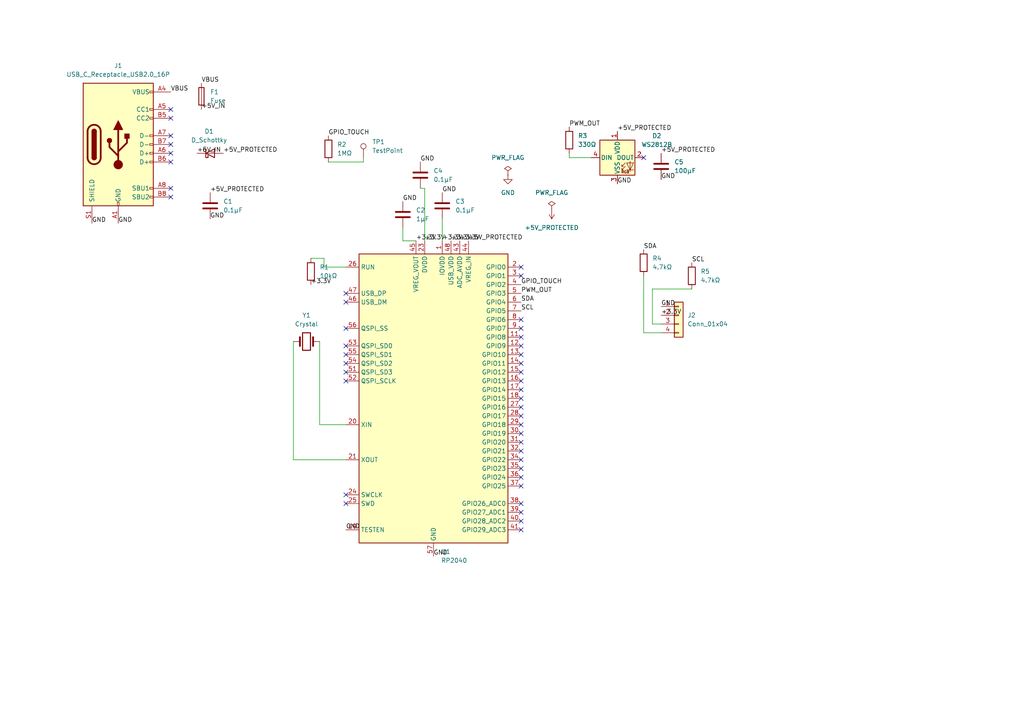
<source format=kicad_sch>
(kicad_sch (version 20231120) (generator "eeschema") (generator_version "8.0")
  (paper "A4")
  (lib_symbols
    (symbol "Connector:TestPoint" (pin_numbers hide) (pin_names (offset 0.762) hide)
      (property "Reference" "TP" (at 0 6.858 0))
      (property "Value" "TestPoint" (at 0 5.08 0))
      (symbol "TestPoint_0_1"
        (circle (center 0 3.302) (radius 0.762))
      )
      (symbol "TestPoint_1_1"
        (pin passive line (at 0 0 90) (length 2.54) (name "1") (number "1"))
      )
    )
    (symbol "Connector:USB_C_Receptacle_USB2.0_16P" (pin_names (offset 1.016))
      (property "Reference" "J" (at 0 22.225 0))
      (property "Value" "USB_C_Receptacle_USB2.0_16P" (at 0 19.685 0))
      (symbol "USB_C_Receptacle_USB2.0_16P_0_0"
        (rectangle (start -0.254 -17.78) (end 0.254 -16.764))
        (rectangle (start 10.16 -14.986) (end 9.144 -15.494))
        (rectangle (start 10.16 -12.446) (end 9.144 -12.954))
        (rectangle (start 10.16 -4.826) (end 9.144 -5.334))
        (rectangle (start 10.16 -2.286) (end 9.144 -2.794))
        (rectangle (start 10.16 0.254) (end 9.144 -0.254))
        (rectangle (start 10.16 2.794) (end 9.144 2.286))
        (rectangle (start 10.16 7.874) (end 9.144 7.366))
        (rectangle (start 10.16 10.414) (end 9.144 9.906))
        (rectangle (start 10.16 15.494) (end 9.144 14.986))
      )
      (symbol "USB_C_Receptacle_USB2.0_16P_0_1"
        (rectangle (start -10.16 17.78) (end 10.16 -17.78) (stroke (width 0.254)) (fill (type background)))
        (arc (start -8.89 -3.81) (mid -6.985 -5.7067) (end -5.08 -3.81) (stroke (width 0.508)))
        (arc (start -7.62 -3.81) (mid -6.985 -4.4423) (end -6.35 -3.81) (stroke (width 0.254)))
        (arc (start -7.62 -3.81) (mid -6.985 -4.4423) (end -6.35 -3.81) (stroke (width 0.254)) (fill (type outline)))
        (rectangle (start -7.62 -3.81) (end -6.35 3.81) (stroke (width 0.254)) (fill (type outline)))
        (arc (start -6.35 3.81) (mid -6.985 4.4423) (end -7.62 3.81) (stroke (width 0.254)))
        (arc (start -6.35 3.81) (mid -6.985 4.4423) (end -7.62 3.81) (stroke (width 0.254)) (fill (type outline)))
        (arc (start -5.08 3.81) (mid -6.985 5.7067) (end -8.89 3.81) (stroke (width 0.508)))
        (circle (center -2.54 1.143) (radius 0.635) (stroke (width 0.254)) (fill (type outline)))
        (circle (center 0 -5.842) (radius 1.27) (fill (type outline)))
        (polyline (pts (xy -8.89 -3.81) (xy -8.89 3.81)) (stroke (width 0.508)))
        (polyline (pts (xy -5.08 3.81) (xy -5.08 -3.81)) (stroke (width 0.508)))
        (polyline (pts (xy 0 -5.842) (xy 0 4.318)) (stroke (width 0.508)))
        (polyline (pts (xy 0 -3.302) (xy -2.54 -0.762) (xy -2.54 0.508)) (stroke (width 0.508)))
        (polyline (pts (xy 0 -2.032) (xy 2.54 0.508) (xy 2.54 1.778)) (stroke (width 0.508)))
        (polyline (pts (xy -1.27 4.318) (xy 0 6.858) (xy 1.27 4.318) (xy -1.27 4.318)) (stroke (width 0.254)) (fill (type outline)))
        (rectangle (start 1.905 1.778) (end 3.175 3.048) (stroke (width 0.254)) (fill (type outline)))
      )
      (symbol "USB_C_Receptacle_USB2.0_16P_1_1"
        (pin passive line (at 0 -22.86 90) (length 5.08) (name "GND") (number "A1"))
        (pin passive line (at 0 -22.86 90) (length 5.08) hide (name "GND") (number "A12"))
        (pin passive line (at 15.24 15.24 180) (length 5.08) (name "VBUS") (number "A4"))
        (pin bidirectional line (at 15.24 10.16 180) (length 5.08) (name "CC1") (number "A5"))
        (pin bidirectional line (at 15.24 -2.54 180) (length 5.08) (name "D+") (number "A6"))
        (pin bidirectional line (at 15.24 2.54 180) (length 5.08) (name "D-") (number "A7"))
        (pin bidirectional line (at 15.24 -12.7 180) (length 5.08) (name "SBU1") (number "A8"))
        (pin passive line (at 15.24 15.24 180) (length 5.08) hide (name "VBUS") (number "A9"))
        (pin passive line (at 0 -22.86 90) (length 5.08) hide (name "GND") (number "B1"))
        (pin passive line (at 0 -22.86 90) (length 5.08) hide (name "GND") (number "B12"))
        (pin passive line (at 15.24 15.24 180) (length 5.08) hide (name "VBUS") (number "B4"))
        (pin bidirectional line (at 15.24 7.62 180) (length 5.08) (name "CC2") (number "B5"))
        (pin bidirectional line (at 15.24 -5.08 180) (length 5.08) (name "D+") (number "B6"))
        (pin bidirectional line (at 15.24 0 180) (length 5.08) (name "D-") (number "B7"))
        (pin bidirectional line (at 15.24 -15.24 180) (length 5.08) (name "SBU2") (number "B8"))
        (pin passive line (at 15.24 15.24 180) (length 5.08) hide (name "VBUS") (number "B9"))
        (pin passive line (at -7.62 -22.86 90) (length 5.08) (name "SHIELD") (number "S1"))
      )
    )
    (symbol "Connector_Generic:Conn_01x04" (pin_names (offset 1.016) hide)
      (property "Reference" "J" (at 0 5.08 0))
      (property "Value" "Conn_01x04" (at 0 -7.62 0))
      (symbol "Conn_01x04_1_1"
        (rectangle (start -1.27 -4.953) (end 0 -5.207) (stroke (width 0.1524)))
        (rectangle (start -1.27 -2.413) (end 0 -2.667) (stroke (width 0.1524)))
        (rectangle (start -1.27 0.127) (end 0 -0.127) (stroke (width 0.1524)))
        (rectangle (start -1.27 2.667) (end 0 2.413) (stroke (width 0.1524)))
        (rectangle (start -1.27 3.81) (end 1.27 -6.35) (stroke (width 0.254)) (fill (type background)))
        (pin passive line (at -5.08 2.54 0) (length 3.81) (name "Pin_1") (number "1"))
        (pin passive line (at -5.08 0 0) (length 3.81) (name "Pin_2") (number "2"))
        (pin passive line (at -5.08 -2.54 0) (length 3.81) (name "Pin_3") (number "3"))
        (pin passive line (at -5.08 -5.08 0) (length 3.81) (name "Pin_4") (number "4"))
      )
    )
    (symbol "Device:C" (pin_numbers hide) (pin_names (offset 0.254))
      (property "Reference" "C" (at 0.635 2.54 0))
      (property "Value" "C" (at 0.635 -2.54 0))
      (symbol "C_0_1"
        (polyline (pts (xy -2.032 -0.762) (xy 2.032 -0.762)) (stroke (width 0.508)))
        (polyline (pts (xy -2.032 0.762) (xy 2.032 0.762)) (stroke (width 0.508)))
      )
      (symbol "C_1_1"
        (pin passive line (at 0 3.81 270) (length 2.794) (name "~") (number "1"))
        (pin passive line (at 0 -3.81 90) (length 2.794) (name "~") (number "2"))
      )
    )
    (symbol "Device:Crystal" (pin_numbers hide) (pin_names (offset 1.016) hide)
      (property "Reference" "Y" (at 0 3.81 0))
      (property "Value" "Crystal" (at 0 -3.81 0))
      (symbol "Crystal_0_1"
        (rectangle (start -1.143 2.54) (end 1.143 -2.54) (stroke (width 0.3048)))
        (polyline (pts (xy -2.54 0) (xy -1.905 0)))
        (polyline (pts (xy -1.905 -1.27) (xy -1.905 1.27)) (stroke (width 0.508)))
        (polyline (pts (xy 1.905 -1.27) (xy 1.905 1.27)) (stroke (width 0.508)))
        (polyline (pts (xy 2.54 0) (xy 1.905 0)))
      )
      (symbol "Crystal_1_1"
        (pin passive line (at -3.81 0 0) (length 1.27) (name "1") (number "1"))
        (pin passive line (at 3.81 0 180) (length 1.27) (name "2") (number "2"))
      )
    )
    (symbol "Device:D_Schottky" (pin_numbers hide) (pin_names (offset 1.016) hide)
      (property "Reference" "D" (at 0 2.54 0))
      (property "Value" "D_Schottky" (at 0 -2.54 0))
      (symbol "D_Schottky_0_1"
        (polyline (pts (xy 1.27 0) (xy -1.27 0)))
        (polyline (pts (xy 1.27 1.27) (xy 1.27 -1.27) (xy -1.27 0) (xy 1.27 1.27)) (stroke (width 0.254)))
        (polyline (pts (xy -1.905 0.635) (xy -1.905 1.27) (xy -1.27 1.27) (xy -1.27 -1.27) (xy -0.635 -1.27) (xy -0.635 -0.635)) (stroke (width 0.254)))
      )
      (symbol "D_Schottky_1_1"
        (pin passive line (at -3.81 0 0) (length 2.54) (name "K") (number "1"))
        (pin passive line (at 3.81 0 180) (length 2.54) (name "A") (number "2"))
      )
    )
    (symbol "Device:Fuse" (pin_numbers hide) (pin_names (offset 0))
      (property "Reference" "F" (at 2.032 0 90))
      (property "Value" "Fuse" (at -1.905 0 90))
      (symbol "Fuse_0_1"
        (rectangle (start -0.762 -2.54) (end 0.762 2.54) (stroke (width 0.254)))
        (polyline (pts (xy 0 2.54) (xy 0 -2.54)))
      )
      (symbol "Fuse_1_1"
        (pin passive line (at 0 3.81 270) (length 1.27) (name "~") (number "1"))
        (pin passive line (at 0 -3.81 90) (length 1.27) (name "~") (number "2"))
      )
    )
    (symbol "Device:R" (pin_numbers hide) (pin_names (offset 0))
      (property "Reference" "R" (at 2.032 0 90))
      (property "Value" "R" (at 0 0 90))
      (symbol "R_0_1"
        (rectangle (start -1.016 -2.54) (end 1.016 2.54) (stroke (width 0.254)))
      )
      (symbol "R_1_1"
        (pin passive line (at 0 3.81 270) (length 1.27) (name "~") (number "1"))
        (pin passive line (at 0 -3.81 90) (length 1.27) (name "~") (number "2"))
      )
    )
    (symbol "LED:WS2812B" (pin_names (offset 0.254))
      (property "Reference" "D" (at 5.08 5.715 0))
      (property "Value" "WS2812B" (at 1.27 -5.715 0))
      (symbol "WS2812B_0_0"
        (text "RGB" (at 2.286 -4.191 0) (effects (font (size 0.762 0.762))))
      )
      (symbol "WS2812B_0_1"
        (polyline (pts (xy 1.27 -3.556) (xy 1.778 -3.556)))
        (polyline (pts (xy 1.27 -2.54) (xy 1.778 -2.54)))
        (polyline (pts (xy 4.699 -3.556) (xy 2.667 -3.556)))
        (polyline (pts (xy 2.286 -2.54) (xy 1.27 -3.556) (xy 1.27 -3.048)))
        (polyline (pts (xy 2.286 -1.524) (xy 1.27 -2.54) (xy 1.27 -2.032)))
        (polyline (pts (xy 3.683 -1.016) (xy 3.683 -3.556) (xy 3.683 -4.064)))
        (polyline (pts (xy 4.699 -1.524) (xy 2.667 -1.524) (xy 3.683 -3.556) (xy 4.699 -1.524)))
        (rectangle (start 5.08 5.08) (end -5.08 -5.08) (stroke (width 0.254)) (fill (type background)))
      )
      (symbol "WS2812B_1_1"
        (pin power_in line (at 0 7.62 270) (length 2.54) (name "VDD") (number "1"))
        (pin output line (at 7.62 0 180) (length 2.54) (name "DOUT") (number "2"))
        (pin power_in line (at 0 -7.62 90) (length 2.54) (name "VSS") (number "3"))
        (pin input line (at -7.62 0 0) (length 2.54) (name "DIN") (number "4"))
      )
    )
    (symbol "MCU_RaspberryPi:RP2040"
      (property "Reference" "U" (at 17.78 45.72 0))
      (property "Value" "RP2040" (at 17.78 43.18 0))
      (symbol "RP2040_0_1"
        (rectangle (start -21.59 41.91) (end 21.59 -41.91) (stroke (width 0.254)) (fill (type background)))
      )
      (symbol "RP2040_1_1"
        (pin power_in line (at 2.54 45.72 270) (length 3.81) (name "IOVDD") (number "1"))
        (pin passive line (at 2.54 45.72 270) (length 3.81) hide (name "IOVDD") (number "10"))
        (pin bidirectional line (at 25.4 17.78 180) (length 3.81) (name "GPIO8") (number "11"))
        (pin bidirectional line (at 25.4 15.24 180) (length 3.81) (name "GPIO9") (number "12"))
        (pin bidirectional line (at 25.4 12.7 180) (length 3.81) (name "GPIO10") (number "13"))
        (pin bidirectional line (at 25.4 10.16 180) (length 3.81) (name "GPIO11") (number "14"))
        (pin bidirectional line (at 25.4 7.62 180) (length 3.81) (name "GPIO12") (number "15"))
        (pin bidirectional line (at 25.4 5.08 180) (length 3.81) (name "GPIO13") (number "16"))
        (pin bidirectional line (at 25.4 2.54 180) (length 3.81) (name "GPIO14") (number "17"))
        (pin bidirectional line (at 25.4 0 180) (length 3.81) (name "GPIO15") (number "18"))
        (pin input line (at -25.4 -38.1 0) (length 3.81) (name "TESTEN") (number "19"))
        (pin bidirectional line (at 25.4 38.1 180) (length 3.81) (name "GPIO0") (number "2"))
        (pin input line (at -25.4 -7.62 0) (length 3.81) (name "XIN") (number "20"))
        (pin passive line (at -25.4 -17.78 0) (length 3.81) (name "XOUT") (number "21"))
        (pin passive line (at 2.54 45.72 270) (length 3.81) hide (name "IOVDD") (number "22"))
        (pin power_in line (at -2.54 45.72 270) (length 3.81) (name "DVDD") (number "23"))
        (pin input line (at -25.4 -27.94 0) (length 3.81) (name "SWCLK") (number "24"))
        (pin bidirectional line (at -25.4 -30.48 0) (length 3.81) (name "SWD") (number "25"))
        (pin input line (at -25.4 38.1 0) (length 3.81) (name "RUN") (number "26"))
        (pin bidirectional line (at 25.4 -2.54 180) (length 3.81) (name "GPIO16") (number "27"))
        (pin bidirectional line (at 25.4 -5.08 180) (length 3.81) (name "GPIO17") (number "28"))
        (pin bidirectional line (at 25.4 -7.62 180) (length 3.81) (name "GPIO18") (number "29"))
        (pin bidirectional line (at 25.4 35.56 180) (length 3.81) (name "GPIO1") (number "3"))
        (pin bidirectional line (at 25.4 -10.16 180) (length 3.81) (name "GPIO19") (number "30"))
        (pin bidirectional line (at 25.4 -12.7 180) (length 3.81) (name "GPIO20") (number "31"))
        (pin bidirectional line (at 25.4 -15.24 180) (length 3.81) (name "GPIO21") (number "32"))
        (pin passive line (at 2.54 45.72 270) (length 3.81) hide (name "IOVDD") (number "33"))
        (pin bidirectional line (at 25.4 -17.78 180) (length 3.81) (name "GPIO22") (number "34"))
        (pin bidirectional line (at 25.4 -20.32 180) (length 3.81) (name "GPIO23") (number "35"))
        (pin bidirectional line (at 25.4 -22.86 180) (length 3.81) (name "GPIO24") (number "36"))
        (pin bidirectional line (at 25.4 -25.4 180) (length 3.81) (name "GPIO25") (number "37"))
        (pin bidirectional line (at 25.4 -30.48 180) (length 3.81) (name "GPIO26_ADC0") (number "38"))
        (pin bidirectional line (at 25.4 -33.02 180) (length 3.81) (name "GPIO27_ADC1") (number "39"))
        (pin bidirectional line (at 25.4 33.02 180) (length 3.81) (name "GPIO2") (number "4"))
        (pin bidirectional line (at 25.4 -35.56 180) (length 3.81) (name "GPIO28_ADC2") (number "40"))
        (pin bidirectional line (at 25.4 -38.1 180) (length 3.81) (name "GPIO29_ADC3") (number "41"))
        (pin passive line (at 2.54 45.72 270) (length 3.81) hide (name "IOVDD") (number "42"))
        (pin power_in line (at 7.62 45.72 270) (length 3.81) (name "ADC_AVDD") (number "43"))
        (pin power_in line (at 10.16 45.72 270) (length 3.81) (name "VREG_IN") (number "44"))
        (pin power_out line (at -5.08 45.72 270) (length 3.81) (name "VREG_VOUT") (number "45"))
        (pin bidirectional line (at -25.4 27.94 0) (length 3.81) (name "USB_DM") (number "46"))
        (pin bidirectional line (at -25.4 30.48 0) (length 3.81) (name "USB_DP") (number "47"))
        (pin power_in line (at 5.08 45.72 270) (length 3.81) (name "USB_VDD") (number "48"))
        (pin passive line (at 2.54 45.72 270) (length 3.81) hide (name "IOVDD") (number "49"))
        (pin bidirectional line (at 25.4 30.48 180) (length 3.81) (name "GPIO3") (number "5"))
        (pin passive line (at -2.54 45.72 270) (length 3.81) hide (name "DVDD") (number "50"))
        (pin bidirectional line (at -25.4 7.62 0) (length 3.81) (name "QSPI_SD3") (number "51"))
        (pin output line (at -25.4 5.08 0) (length 3.81) (name "QSPI_SCLK") (number "52"))
        (pin bidirectional line (at -25.4 15.24 0) (length 3.81) (name "QSPI_SD0") (number "53"))
        (pin bidirectional line (at -25.4 10.16 0) (length 3.81) (name "QSPI_SD2") (number "54"))
        (pin bidirectional line (at -25.4 12.7 0) (length 3.81) (name "QSPI_SD1") (number "55"))
        (pin bidirectional line (at -25.4 20.32 0) (length 3.81) (name "QSPI_SS") (number "56"))
        (pin power_in line (at 0 -45.72 90) (length 3.81) (name "GND") (number "57"))
        (pin bidirectional line (at 25.4 27.94 180) (length 3.81) (name "GPIO4") (number "6"))
        (pin bidirectional line (at 25.4 25.4 180) (length 3.81) (name "GPIO5") (number "7"))
        (pin bidirectional line (at 25.4 22.86 180) (length 3.81) (name "GPIO6") (number "8"))
        (pin bidirectional line (at 25.4 20.32 180) (length 3.81) (name "GPIO7") (number "9"))
      )
    )
    (symbol "power:+5V" (power) (pin_numbers hide) (pin_names (offset 0) hide)
      (property "Value" "+5V" (at 0 3.556 0))
      (symbol "+5V_0_1"
        (polyline (pts (xy -0.762 1.27) (xy 0 2.54)))
        (polyline (pts (xy 0 0) (xy 0 2.54)))
        (polyline (pts (xy 0 2.54) (xy 0.762 1.27)))
      )
      (symbol "+5V_1_1"
        (pin power_in line (at 0 0 90) (length 0) (name "~") (number "1"))
      )
    )
    (symbol "power:GND" (power) (pin_numbers hide) (pin_names (offset 0) hide)
      (property "Value" "GND" (at 0 -3.81 0))
      (symbol "GND_0_1"
        (polyline (pts (xy 0 0) (xy 0 -1.27) (xy 1.27 -1.27) (xy 0 -2.54) (xy -1.27 -1.27) (xy 0 -1.27)))
      )
      (symbol "GND_1_1"
        (pin power_in line (at 0 0 270) (length 0) (name "~") (number "1"))
      )
    )
    (symbol "power:PWR_FLAG" (power) (pin_numbers hide) (pin_names (offset 0) hide)
      (property "Value" "PWR_FLAG" (at 0 3.81 0))
      (symbol "PWR_FLAG_0_0"
        (pin power_out line (at 0 0 90) (length 0) (name "~") (number "1"))
      )
      (symbol "PWR_FLAG_0_1"
        (polyline (pts (xy 0 0) (xy 0 1.27) (xy -1.016 1.905) (xy 0 2.54) (xy 1.016 1.905) (xy 0 1.27)))
      )
    )
  )
  (no_connect (at 49.53 44.45))
  (no_connect (at 151.13 120.65))
  (no_connect (at 186.69 45.72))
  (no_connect (at 151.13 140.97))
  (no_connect (at 49.53 54.61))
  (no_connect (at 151.13 146.05))
  (no_connect (at 100.33 105.41))
  (no_connect (at 100.33 85.09))
  (no_connect (at 100.33 107.95))
  (no_connect (at 151.13 105.41))
  (no_connect (at 49.53 31.75))
  (no_connect (at 151.13 128.27))
  (no_connect (at 49.53 46.99))
  (no_connect (at 151.13 123.19))
  (no_connect (at 151.13 102.87))
  (no_connect (at 151.13 110.49))
  (no_connect (at 151.13 95.25))
  (no_connect (at 100.33 102.87))
  (no_connect (at 151.13 135.89))
  (no_connect (at 49.53 57.15))
  (no_connect (at 100.33 143.51))
  (no_connect (at 151.13 97.79))
  (no_connect (at 49.53 41.91))
  (no_connect (at 49.53 34.29))
  (no_connect (at 151.13 151.13))
  (no_connect (at 151.13 153.67))
  (no_connect (at 151.13 92.71))
  (no_connect (at 151.13 100.33))
  (no_connect (at 100.33 100.33))
  (no_connect (at 151.13 133.35))
  (no_connect (at 151.13 80.01))
  (no_connect (at 151.13 77.47))
  (no_connect (at 100.33 87.63))
  (no_connect (at 100.33 110.49))
  (no_connect (at 151.13 107.95))
  (no_connect (at 151.13 118.11))
  (no_connect (at 100.33 95.25))
  (no_connect (at 151.13 130.81))
  (no_connect (at 151.13 115.57))
  (no_connect (at 100.33 146.05))
  (no_connect (at 49.53 39.37))
  (no_connect (at 151.13 148.59))
  (no_connect (at 151.13 113.03))
  (no_connect (at 151.13 125.73))
  (no_connect (at 151.13 138.43))
  (wire (pts (xy 128.27 63.5) (xy 128.27 69.85)))
  (wire (pts (xy 123.19 69.85) (xy 123.19 54.61)))
  (wire (pts (xy 189.23 83.82) (xy 189.23 93.98)))
  (wire (pts (xy 93.98 74.93) (xy 90.17 74.93)))
  (wire (pts (xy 85.09 133.35) (xy 100.33 133.35)))
  (wire (pts (xy 85.09 99.06) (xy 85.09 133.35)))
  (wire (pts (xy 105.41 46.99) (xy 105.41 45.72)))
  (wire (pts (xy 120.65 69.85) (xy 116.84 69.85)))
  (wire (pts (xy 186.69 80.01) (xy 186.69 96.52)))
  (wire (pts (xy 116.84 69.85) (xy 116.84 66.04)))
  (wire (pts (xy 93.98 77.47) (xy 93.98 74.93)))
  (wire (pts (xy 189.23 93.98) (xy 191.77 93.98)))
  (wire (pts (xy 95.25 46.99) (xy 105.41 46.99)))
  (wire (pts (xy 165.1 45.72) (xy 165.1 44.45)))
  (wire (pts (xy 100.33 77.47) (xy 93.98 77.47)))
  (wire (pts (xy 200.66 83.82) (xy 189.23 83.82)))
  (wire (pts (xy 123.19 54.61) (xy 121.92 54.61)))
  (wire (pts (xy 171.45 45.72) (xy 165.1 45.72)))
  (wire (pts (xy 100.33 123.19) (xy 92.71 123.19)))
  (wire (pts (xy 92.71 123.19) (xy 92.71 99.06)))
  (wire (pts (xy 186.69 96.52) (xy 191.77 96.52)))
  (label "+3.3V" (at 133.35 69.85 0))
  (label "GND" (at 100.33 153.67 0))
  (label "VBUS" (at 58.42 24.13 0))
  (label "GND" (at 34.29 64.77 0))
  (label "+5V_PROTECTED" (at 64.77 44.45 0))
  (label "+5V_PROTECTED" (at 179.07 38.1 0))
  (label "GND" (at 26.67 64.77 0))
  (label "+3.3V" (at 123.19 69.85 0))
  (label "SCL" (at 151.13 90.17 0))
  (label "+3.3V" (at 130.81 69.85 0))
  (label "VBUS" (at 49.53 26.67 0))
  (label "+3.3V" (at 120.65 69.85 0))
  (label "+3.3V" (at 191.77 91.44 0))
  (label "GND" (at 128.27 55.88 0))
  (label "+5V_IN" (at 58.42 31.75 0))
  (label "GND" (at 191.77 88.9 0))
  (label "GND" (at 179.07 53.34 0))
  (label "+5V_PROTECTED" (at 60.96 55.88 0))
  (label "SDA" (at 186.69 72.39 0))
  (label "SDA" (at 151.13 87.63 0))
  (label "+5V_PROTECTED" (at 191.77 44.45 0))
  (label "+3.3V" (at 128.27 69.85 0))
  (label "PWM_OUT" (at 165.1 36.83 0))
  (label "GPIO_TOUCH" (at 151.13 82.55 0))
  (label "GND" (at 116.84 58.42 0))
  (label "GND" (at 125.73 161.29 0))
  (label "+5V_IN" (at 57.15 44.45 0))
  (label "SCL" (at 200.66 76.2 0))
  (label "+5V_PROTECTED" (at 135.89 69.85 0))
  (label "GND" (at 60.96 63.5 0))
  (label "+3.3V" (at 90.17 82.55 0))
  (label "GND" (at 191.77 52.07 0))
  (label "PWM_OUT" (at 151.13 85.09 0))
  (label "GND" (at 121.92 46.99 0))
  (label "GPIO_TOUCH" (at 95.25 39.37 0))
  (symbol (lib_id "Device:C") (at 60.96 59.69 0) (unit 1)
    (property "Reference" "C1" (at 64.77 58.4199 0) (effects (justify left)))
    (property "Value" "0.1µF" (at 64.77 60.9599 0) (effects (justify left)))
    (property "Footprint" "Capacitor_SMD:C_0603_1608Metric" (effects (hide yes)))
    (property "Description" "Unpolarized capacitor" (effects (hide yes)))
  )
  (symbol (lib_id "Device:R") (at 165.1 40.64 0) (unit 1)
    (property "Reference" "R3" (at 167.64 39.3699 0) (effects (justify left)))
    (property "Value" "330Ω" (at 167.64 41.9099 0) (effects (justify left)))
    (property "Footprint" "Resistor_SMD:R_0603_1608Metric" (effects (hide yes)))
    (property "Description" "Resistor" (effects (hide yes)))
  )
  (symbol (lib_id "Device:R") (at 90.17 78.74 0) (unit 1)
    (property "Reference" "R1" (at 92.71 77.4699 0) (effects (justify left)))
    (property "Value" "10kΩ" (at 92.71 80.0099 0) (effects (justify left)))
    (property "Footprint" "Resistor_SMD:R_0603_1608Metric" (effects (hide yes)))
    (property "Description" "Resistor" (effects (hide yes)))
  )
  (symbol (lib_id "MCU_RaspberryPi:RP2040") (at 125.73 115.57 0) (unit 1)
    (property "Reference" "U1" (at 127.9241 160.02 0) (effects (justify left)))
    (property "Value" "RP2040" (at 127.9241 162.56 0) (effects (justify left)))
    (property "Footprint" "Package_DFN_QFN:QFN-56-1EP_7x7mm_P0.4mm_EP3.2x3.2mm" (effects (hide yes)))
    (property "Datasheet" "https://datasheets.raspberrypi.com/rp2040/rp2040-datasheet.pdf" (effects (hide yes)))
    (property "Description" "A microcontroller by Raspberry Pi" (effects (hide yes)))
  )
  (symbol (lib_id "Connector:TestPoint") (at 105.41 45.72 0) (unit 1)
    (property "Reference" "TP1" (at 107.95 41.1479 0) (effects (justify left)))
    (property "Value" "TestPoint" (at 107.95 43.6879 0) (effects (justify left)))
    (property "Footprint" "TestPoint:TestPoint_Pad_D2.0mm" (effects (hide yes)))
    (property "Description" "test point" (effects (hide yes)))
  )
  (symbol (lib_id "Connector:USB_C_Receptacle_USB2.0_16P") (at 34.29 41.91 0) (unit 1)
    (property "Reference" "J1" (at 34.29 19.05 0))
    (property "Value" "USB_C_Receptacle_USB2.0_16P" (at 34.29 21.59 0))
    (property "Footprint" "Connector_USB:USB_C_Receptacle_HRO_TYPE-C-31-M-12" (effects (hide yes)))
    (property "Datasheet" "https://www.usb.org/sites/default/files/documents/usb_type-c.zip" (effects (hide yes)))
    (property "Description" "USB 2.0-only 16P Type-C Receptacle connector" (effects (hide yes)))
  )
  (symbol (lib_id "Device:C") (at 121.92 50.8 0) (unit 1)
    (property "Reference" "C4" (at 125.73 49.5299 0) (effects (justify left)))
    (property "Value" "0.1µF" (at 125.73 52.0699 0) (effects (justify left)))
    (property "Footprint" "Capacitor_SMD:C_0603_1608Metric" (effects (hide yes)))
    (property "Description" "Unpolarized capacitor" (effects (hide yes)))
  )
  (symbol (lib_id "power:PWR_FLAG") (at 160.02 60.96 0) (unit 1)
    (property "Reference" "#FLG01" (effects (hide yes)))
    (property "Value" "PWR_FLAG" (at 160.02 55.88 0))
    (property "Description" "Special symbol for telling ERC where power comes from" (effects (hide yes)))
  )
  (symbol (lib_id "LED:WS2812B") (at 179.07 45.72 0) (unit 1)
    (property "Reference" "D2" (at 190.5 39.4014 0))
    (property "Value" "WS2812B" (at 190.5 41.9414 0))
    (property "Footprint" "LED_SMD:LED_WS2812B_PLCC4_5.0x5.0mm_P3.2mm" (effects (hide yes)))
    (property "Datasheet" "https://cdn-shop.adafruit.com/datasheets/WS2812B.pdf" (effects (hide yes)))
    (property "Description" "RGB LED with integrated controller" (effects (hide yes)))
  )
  (symbol (lib_id "power:GND") (at 147.32 50.8 0) (unit 1)
    (property "Reference" "#PWR02" (effects (hide yes)))
    (property "Value" "GND" (at 147.32 55.88 0))
    (property "Description" "Power symbol creates a global label with name \"GND\" , ground" (effects (hide yes)))
  )
  (symbol (lib_id "Device:C") (at 128.27 59.69 0) (unit 1)
    (property "Reference" "C3" (at 132.08 58.4199 0) (effects (justify left)))
    (property "Value" "0.1µF" (at 132.08 60.9599 0) (effects (justify left)))
    (property "Footprint" "Capacitor_SMD:C_0603_1608Metric" (effects (hide yes)))
    (property "Description" "Unpolarized capacitor" (effects (hide yes)))
  )
  (symbol (lib_id "Device:Fuse") (at 58.42 27.94 0) (unit 1)
    (property "Reference" "F1" (at 60.96 26.6699 0) (effects (justify left)))
    (property "Value" "Fuse" (at 60.96 29.2099 0) (effects (justify left)))
    (property "Footprint" "Fuse:Fuse_1206_3216Metric" (effects (hide yes)))
    (property "Description" "Fuse" (effects (hide yes)))
  )
  (symbol (lib_id "Connector_Generic:Conn_01x04") (at 196.85 91.44 0) (unit 1)
    (property "Reference" "J2" (at 199.39 91.4399 0) (effects (justify left)))
    (property "Value" "Conn_01x04" (at 199.39 93.9799 0) (effects (justify left)))
    (property "Footprint" "Connector_PinSocket_2.54mm:PinSocket_1x04_P2.54mm_Vertical" (effects (hide yes)))
    (property "Description" "Generic connector, single row, 01x04, script generated (kicad-library-utils/schlib/autogen/connector/)" (effects (hide yes)))
  )
  (symbol (lib_id "Device:R") (at 95.25 43.18 0) (unit 1)
    (property "Reference" "R2" (at 97.79 41.9099 0) (effects (justify left)))
    (property "Value" "1MΩ" (at 97.79 44.4499 0) (effects (justify left)))
    (property "Footprint" "Resistor_SMD:R_0603_1608Metric" (effects (hide yes)))
    (property "Description" "Resistor" (effects (hide yes)))
  )
  (symbol (lib_id "power:+5V") (at 160.02 60.96 180) (unit 1)
    (property "Reference" "#PWR01" (effects (hide yes)))
    (property "Value" "+5V_PROTECTED" (at 160.02 66.04 0))
    (property "Description" "Power symbol creates a global label with name \"+5V\"" (effects (hide yes)))
  )
  (symbol (lib_id "Device:D_Schottky") (at 60.96 44.45 0) (unit 1)
    (property "Reference" "D1" (at 60.6425 38.1 0))
    (property "Value" "D_Schottky" (at 60.6425 40.64 0))
    (property "Footprint" "Diode_SMD:D_SMA" (effects (hide yes)))
    (property "Description" "Schottky diode" (effects (hide yes)))
  )
  (symbol (lib_id "Device:Crystal") (at 88.9 99.06 0) (unit 1)
    (property "Reference" "Y1" (at 88.9 91.44 0))
    (property "Value" "Crystal" (at 88.9 93.98 0))
    (property "Footprint" "Crystal:Crystal_SMD_3225-4Pin_3.2x2.5mm" (effects (hide yes)))
    (property "Description" "Two pin crystal" (effects (hide yes)))
  )
  (symbol (lib_id "Device:C") (at 191.77 48.26 0) (unit 1)
    (property "Reference" "C5" (at 195.58 46.9899 0) (effects (justify left)))
    (property "Value" "100µF" (at 195.58 49.5299 0) (effects (justify left)))
    (property "Footprint" "Capacitor_SMD:C_1206_3216Metric" (effects (hide yes)))
    (property "Description" "Unpolarized capacitor" (effects (hide yes)))
  )
  (symbol (lib_id "power:PWR_FLAG") (at 147.32 50.8 0) (unit 1)
    (property "Reference" "#FLG02" (effects (hide yes)))
    (property "Value" "PWR_FLAG" (at 147.32 45.72 0))
    (property "Description" "Special symbol for telling ERC where power comes from" (effects (hide yes)))
  )
  (symbol (lib_id "Device:C") (at 116.84 62.23 0) (unit 1)
    (property "Reference" "C2" (at 120.65 60.9599 0) (effects (justify left)))
    (property "Value" "1µF" (at 120.65 63.4999 0) (effects (justify left)))
    (property "Footprint" "Capacitor_SMD:C_0805_2012Metric" (effects (hide yes)))
    (property "Description" "Unpolarized capacitor" (effects (hide yes)))
  )
  (symbol (lib_id "Device:R") (at 200.66 80.01 0) (unit 1)
    (property "Reference" "R5" (at 203.2 78.7399 0) (effects (justify left)))
    (property "Value" "4.7kΩ" (at 203.2 81.2799 0) (effects (justify left)))
    (property "Footprint" "Resistor_SMD:R_0603_1608Metric" (effects (hide yes)))
    (property "Description" "Resistor" (effects (hide yes)))
  )
  (symbol (lib_id "Device:R") (at 186.69 76.2 0) (unit 1)
    (property "Reference" "R4" (at 189.23 74.9299 0) (effects (justify left)))
    (property "Value" "4.7kΩ" (at 189.23 77.4699 0) (effects (justify left)))
    (property "Footprint" "Resistor_SMD:R_0603_1608Metric" (effects (hide yes)))
    (property "Description" "Resistor" (effects (hide yes)))
  )
)
</source>
